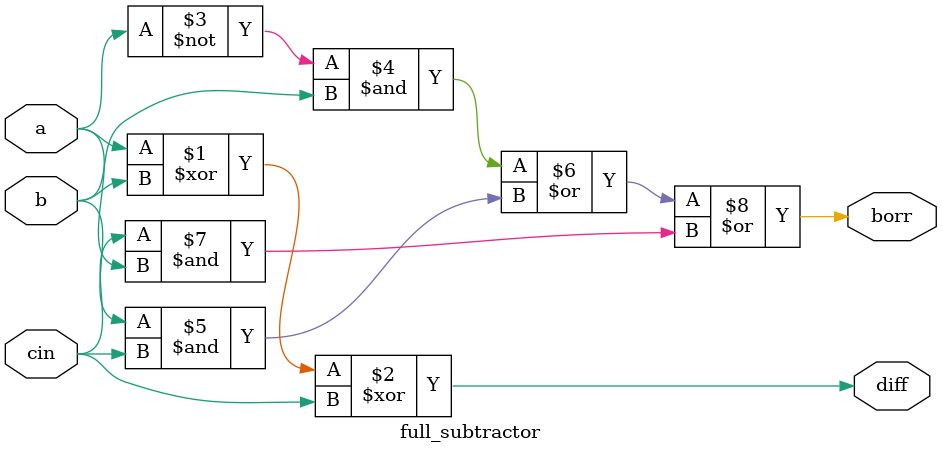
<source format=v>
module full_subtractor(
  input a,b,cin,
  output diff,borr
  );
  assign diff = a^b^cin;
  assign borr = ~a&b|b&cin|cin&a;
endmodule

</source>
